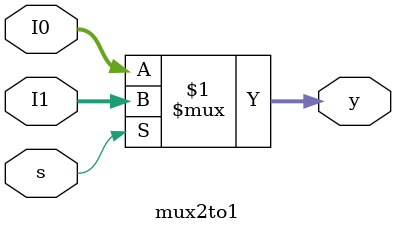
<source format=v>
module mux2to1 (
input [31:0] I0,
input [31:0] I1,
input s,
output [31:0] y
);
assign y = (s) ? I1 : I0 ;
endmodule

</source>
